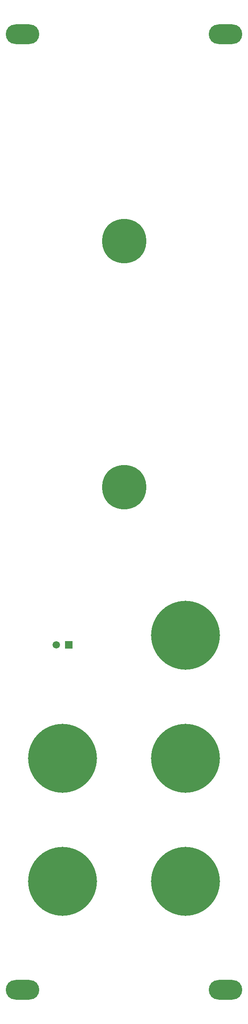
<source format=gts>
G04 #@! TF.GenerationSoftware,KiCad,Pcbnew,6.0.4-6f826c9f35~116~ubuntu20.04.1*
G04 #@! TF.CreationDate,2022-04-19T20:10:12-04:00*
G04 #@! TF.ProjectId,arpenvfol_panel,61727065-6e76-4666-9f6c-5f70616e656c,rev?*
G04 #@! TF.SameCoordinates,Original*
G04 #@! TF.FileFunction,Soldermask,Top*
G04 #@! TF.FilePolarity,Negative*
%FSLAX46Y46*%
G04 Gerber Fmt 4.6, Leading zero omitted, Abs format (unit mm)*
G04 Created by KiCad (PCBNEW 6.0.4-6f826c9f35~116~ubuntu20.04.1) date 2022-04-19 20:10:12*
%MOMM*%
%LPD*%
G01*
G04 APERTURE LIST*
%ADD10O,6.800000X4.000000*%
%ADD11C,9.000000*%
%ADD12C,14.000000*%
%ADD13C,1.500000*%
%ADD14R,1.500000X1.500000*%
G04 APERTURE END LIST*
D10*
G04 #@! TO.C,H10*
X61700000Y-10600000D03*
X61700000Y-204600000D03*
G04 #@! TD*
D11*
G04 #@! TO.C,H6*
X41100000Y-102600000D03*
G04 #@! TD*
D12*
G04 #@! TO.C,H1*
X28600000Y-157600000D03*
G04 #@! TD*
D10*
G04 #@! TO.C,H7*
X20500000Y-10600000D03*
X20500000Y-204600000D03*
G04 #@! TD*
D12*
G04 #@! TO.C,H2*
X28600000Y-182600000D03*
G04 #@! TD*
G04 #@! TO.C,H3*
X53600000Y-157600000D03*
G04 #@! TD*
G04 #@! TO.C,H4*
X53600000Y-182600000D03*
G04 #@! TD*
D13*
G04 #@! TO.C,J2*
X27350000Y-134600000D03*
G04 #@! TD*
D11*
G04 #@! TO.C,H9*
X41100000Y-52600000D03*
G04 #@! TD*
D12*
G04 #@! TO.C,H5*
X53600000Y-132600000D03*
G04 #@! TD*
D14*
G04 #@! TO.C,J1*
X29850000Y-134600000D03*
G04 #@! TD*
M02*

</source>
